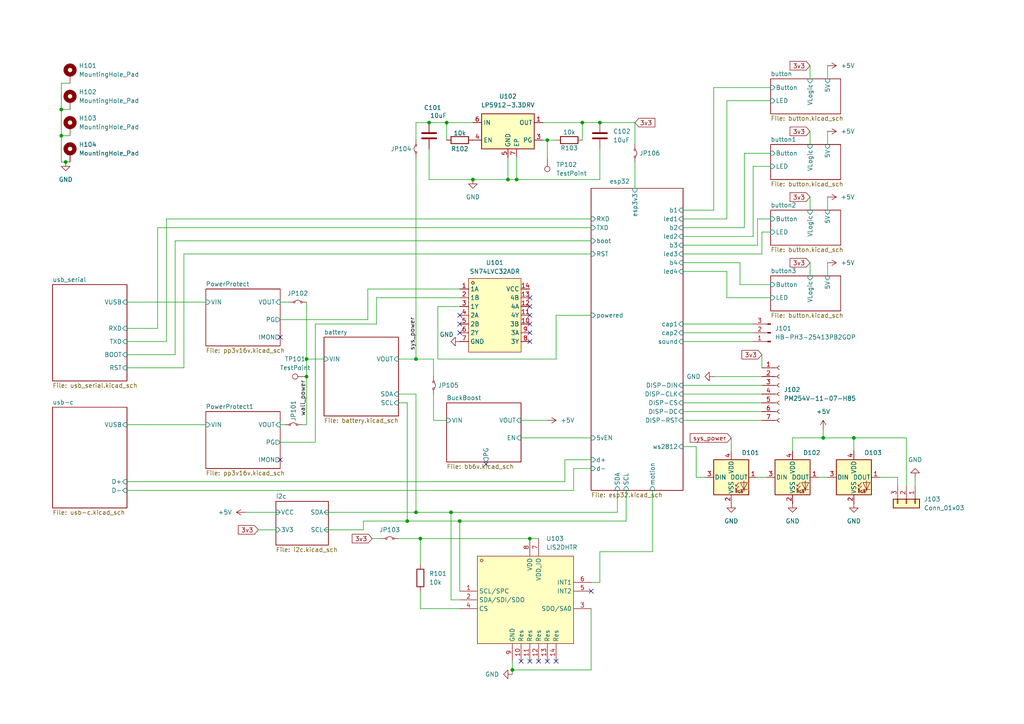
<source format=kicad_sch>
(kicad_sch (version 20231120) (generator "eeschema") (generator_version "8.0")
  (paper "A4")
  (lib_symbols
    (symbol "Connector:Conn_01x03_Pin" (pin_names (offset 1.016) hide)
      (property "Reference" "J" (at 0 5.08 0))
      (property "Value" "Conn_01x03_Pin" (at 0 -5.08 0))
      (symbol "Conn_01x03_Pin_1_1"
        (polyline (pts (xy 1.27 -2.54) (xy 0.8636 -2.54)) (stroke (width 0.1524)))
        (polyline (pts (xy 1.27 0) (xy 0.8636 0)) (stroke (width 0.1524)))
        (polyline (pts (xy 1.27 2.54) (xy 0.8636 2.54)) (stroke (width 0.1524)))
        (rectangle (start 0.8636 -2.413) (end 0 -2.667) (stroke (width 0.1524)) (fill (type outline)))
        (rectangle (start 0.8636 0.127) (end 0 -0.127) (stroke (width 0.1524)) (fill (type outline)))
        (rectangle (start 0.8636 2.667) (end 0 2.413) (stroke (width 0.1524)) (fill (type outline)))
        (pin passive line (at 5.08 2.54 180) (length 3.81) (name "Pin_1") (number "1"))
        (pin passive line (at 5.08 0 180) (length 3.81) (name "Pin_2") (number "2"))
        (pin passive line (at 5.08 -2.54 180) (length 3.81) (name "Pin_3") (number "3"))
      )
    )
    (symbol "Connector:Conn_01x07_Socket" (pin_names (offset 1.016) hide)
      (property "Reference" "J" (at 0 10.16 0))
      (property "Value" "Conn_01x07_Socket" (at 0 -10.16 0))
      (symbol "Conn_01x07_Socket_1_1"
        (arc (start 0 -7.112) (mid -0.5058 -7.62) (end 0 -8.128) (stroke (width 0.1524)))
        (arc (start 0 -4.572) (mid -0.5058 -5.08) (end 0 -5.588) (stroke (width 0.1524)))
        (arc (start 0 -2.032) (mid -0.5058 -2.54) (end 0 -3.048) (stroke (width 0.1524)))
        (polyline (pts (xy -1.27 -7.62) (xy -0.508 -7.62)) (stroke (width 0.1524)))
        (polyline (pts (xy -1.27 -5.08) (xy -0.508 -5.08)) (stroke (width 0.1524)))
        (polyline (pts (xy -1.27 -2.54) (xy -0.508 -2.54)) (stroke (width 0.1524)))
        (polyline (pts (xy -1.27 0) (xy -0.508 0)) (stroke (width 0.1524)))
        (polyline (pts (xy -1.27 2.54) (xy -0.508 2.54)) (stroke (width 0.1524)))
        (polyline (pts (xy -1.27 5.08) (xy -0.508 5.08)) (stroke (width 0.1524)))
        (polyline (pts (xy -1.27 7.62) (xy -0.508 7.62)) (stroke (width 0.1524)))
        (arc (start 0 0.508) (mid -0.5058 0) (end 0 -0.508) (stroke (width 0.1524)))
        (arc (start 0 3.048) (mid -0.5058 2.54) (end 0 2.032) (stroke (width 0.1524)))
        (arc (start 0 5.588) (mid -0.5058 5.08) (end 0 4.572) (stroke (width 0.1524)))
        (arc (start 0 8.128) (mid -0.5058 7.62) (end 0 7.112) (stroke (width 0.1524)))
        (pin passive line (at -5.08 7.62 0) (length 3.81) (name "Pin_1") (number "1"))
        (pin passive line (at -5.08 5.08 0) (length 3.81) (name "Pin_2") (number "2"))
        (pin passive line (at -5.08 2.54 0) (length 3.81) (name "Pin_3") (number "3"))
        (pin passive line (at -5.08 0 0) (length 3.81) (name "Pin_4") (number "4"))
        (pin passive line (at -5.08 -2.54 0) (length 3.81) (name "Pin_5") (number "5"))
        (pin passive line (at -5.08 -5.08 0) (length 3.81) (name "Pin_6") (number "6"))
        (pin passive line (at -5.08 -7.62 0) (length 3.81) (name "Pin_7") (number "7"))
      )
    )
    (symbol "Connector:TestPoint" (pin_numbers hide) (pin_names (offset 0.762) hide)
      (property "Reference" "TP" (at 0 6.858 0))
      (property "Value" "TestPoint" (at 0 5.08 0))
      (symbol "TestPoint_0_1"
        (circle (center 0 3.302) (radius 0.762))
      )
      (symbol "TestPoint_1_1"
        (pin passive line (at 0 0 90) (length 2.54) (name "1") (number "1"))
      )
    )
    (symbol "Connector_Generic:Conn_01x03" (pin_names (offset 1.016) hide)
      (property "Reference" "J" (at 0 5.08 0))
      (property "Value" "Conn_01x03" (at 0 -5.08 0))
      (symbol "Conn_01x03_1_1"
        (rectangle (start -1.27 -2.413) (end 0 -2.667) (stroke (width 0.1524)))
        (rectangle (start -1.27 0.127) (end 0 -0.127) (stroke (width 0.1524)))
        (rectangle (start -1.27 2.667) (end 0 2.413) (stroke (width 0.1524)))
        (rectangle (start -1.27 3.81) (end 1.27 -3.81) (stroke (width 0.254)) (fill (type background)))
        (pin passive line (at -5.08 2.54 0) (length 3.81) (name "Pin_1") (number "1"))
        (pin passive line (at -5.08 0 0) (length 3.81) (name "Pin_2") (number "2"))
        (pin passive line (at -5.08 -2.54 0) (length 3.81) (name "Pin_3") (number "3"))
      )
    )
    (symbol "Device:C" (pin_numbers hide) (pin_names (offset 0.254))
      (property "Reference" "C" (at 0.635 2.54 0))
      (property "Value" "C" (at 0.635 -2.54 0))
      (symbol "C_0_1"
        (polyline (pts (xy -2.032 -0.762) (xy 2.032 -0.762)) (stroke (width 0.508)))
        (polyline (pts (xy -2.032 0.762) (xy 2.032 0.762)) (stroke (width 0.508)))
      )
      (symbol "C_1_1"
        (pin passive line (at 0 3.81 270) (length 2.794) (name "~") (number "1"))
        (pin passive line (at 0 -3.81 90) (length 2.794) (name "~") (number "2"))
      )
    )
    (symbol "Device:R" (pin_numbers hide) (pin_names (offset 0))
      (property "Reference" "R" (at 2.032 0 90))
      (property "Value" "R" (at 0 0 90))
      (symbol "R_0_1"
        (rectangle (start -1.016 -2.54) (end 1.016 2.54) (stroke (width 0.254)))
      )
      (symbol "R_1_1"
        (pin passive line (at 0 3.81 270) (length 1.27) (name "~") (number "1"))
        (pin passive line (at 0 -3.81 90) (length 1.27) (name "~") (number "2"))
      )
    )
    (symbol "Jumper:Jumper_2_Small_Bridged" (pin_numbers hide) (pin_names (offset 0) hide) (exclude_from_sim yes)
      (property "Reference" "JP" (at 0 2.032 0))
      (property "Value" "Jumper_2_Small_Bridged" (at 0 -2.286 0))
      (symbol "Jumper_2_Small_Bridged_0_0"
        (circle (center -1.016 0) (radius 0.254))
        (circle (center 1.016 0) (radius 0.254))
      )
      (symbol "Jumper_2_Small_Bridged_0_1"
        (arc (start 0.762 0.254) (mid 0 0.5696) (end -0.762 0.254))
      )
      (symbol "Jumper_2_Small_Bridged_1_1"
        (pin passive line (at -2.54 0 0) (length 1.27) (name "A") (number "1"))
        (pin passive line (at 2.54 0 180) (length 1.27) (name "B") (number "2"))
      )
    )
    (symbol "LED:WS2812B-2020" (pin_names (offset 0.254))
      (property "Reference" "D" (at 5.08 5.715 0))
      (property "Value" "WS2812B-2020" (at 1.27 -5.715 0))
      (symbol "WS2812B-2020_0_0"
        (text "RGB" (at 2.286 -4.191 0) (effects (font (size 0.762 0.762))))
      )
      (symbol "WS2812B-2020_0_1"
        (polyline (pts (xy 1.27 -3.556) (xy 1.778 -3.556)))
        (polyline (pts (xy 1.27 -2.54) (xy 1.778 -2.54)))
        (polyline (pts (xy 4.699 -3.556) (xy 2.667 -3.556)))
        (polyline (pts (xy 2.286 -2.54) (xy 1.27 -3.556) (xy 1.27 -3.048)))
        (polyline (pts (xy 2.286 -1.524) (xy 1.27 -2.54) (xy 1.27 -2.032)))
        (polyline (pts (xy 3.683 -1.016) (xy 3.683 -3.556) (xy 3.683 -4.064)))
        (polyline (pts (xy 4.699 -1.524) (xy 2.667 -1.524) (xy 3.683 -3.556) (xy 4.699 -1.524)))
        (rectangle (start 5.08 5.08) (end -5.08 -5.08) (stroke (width 0.254)) (fill (type background)))
      )
      (symbol "WS2812B-2020_1_1"
        (pin output line (at 7.62 0 180) (length 2.54) (name "DOUT") (number "1"))
        (pin power_in line (at 0 -7.62 90) (length 2.54) (name "VSS") (number "2"))
        (pin input line (at -7.62 0 0) (length 2.54) (name "DIN") (number "3"))
        (pin power_in line (at 0 7.62 270) (length 2.54) (name "VDD") (number "4"))
      )
    )
    (symbol "Mechanical:MountingHole_Pad" (pin_numbers hide) (pin_names (offset 1.016) hide) (exclude_from_sim yes) (in_bom no)
      (property "Reference" "H" (at 0 6.35 0))
      (property "Value" "MountingHole_Pad" (at 0 4.445 0))
      (symbol "MountingHole_Pad_0_1"
        (circle (center 0 1.27) (radius 1.27) (stroke (width 1.27)))
      )
      (symbol "MountingHole_Pad_1_1"
        (pin input line (at 0 -2.54 90) (length 2.54) (name "1") (number "1"))
      )
    )
    (symbol "Regulator_Linear:LP5912-3.3DRV"
      (property "Reference" "U" (at -3.81 6.35 0))
      (property "Value" "LP5912-3.3DRV" (at 6.35 6.35 0))
      (symbol "LP5912-3.3DRV_0_1"
        (rectangle (start -7.62 -5.08) (end 7.62 5.08) (stroke (width 0.254)) (fill (type background)))
        (pin power_out line (at 10.16 2.54 180) (length 2.54) (name "OUT") (number "1"))
        (pin no_connect line (at 7.62 0 180) (length 2.54) hide (name "NC") (number "2"))
        (pin input line (at -10.16 -2.54 0) (length 2.54) (name "EN") (number "4"))
        (pin power_in line (at 0 -7.62 90) (length 2.54) (name "GND") (number "5"))
        (pin power_in line (at -10.16 2.54 0) (length 2.54) (name "IN") (number "6"))
      )
      (symbol "LP5912-3.3DRV_1_1"
        (pin open_collector line (at 10.16 -2.54 180) (length 2.54) (name "PG") (number "3"))
        (pin passive line (at 2.54 -7.62 90) (length 2.54) (name "EP") (number "7"))
      )
    )
    (symbol "easyeda2kicad:LIS2DHTR"
      (property "Reference" "U" (at 0 22.86 0))
      (property "Value" "LIS2DHTR" (at 0 -22.86 0))
      (symbol "LIS2DHTR_0_1"
        (rectangle (start -13.97 12.7) (end 13.97 -12.7) (fill (type background)))
        (circle (center -12.7 11.43) (radius 0.38))
        (pin input line (at -19.05 2.54 0) (length 5.08) (name "SCL/SPC") (number "1"))
        (pin bidirectional line (at -1.27 -17.78 90) (length 5.08) (name "Res") (number "10"))
        (pin bidirectional line (at 1.27 -17.78 90) (length 5.08) (name "Res") (number "11"))
        (pin bidirectional line (at 3.81 -17.78 90) (length 5.08) (name "Res") (number "12"))
        (pin bidirectional line (at 6.35 -17.78 90) (length 5.08) (name "Res") (number "13"))
        (pin bidirectional line (at 8.89 -17.78 90) (length 5.08) (name "Res") (number "14"))
        (pin bidirectional line (at -19.05 0 0) (length 5.08) (name "SDA/SDI/SDO") (number "2"))
        (pin output line (at 19.05 -2.54 180) (length 5.08) (name "SDO/SA0") (number "3"))
        (pin input line (at -19.05 -2.54 0) (length 5.08) (name "CS") (number "4"))
        (pin output line (at 19.05 2.54 180) (length 5.08) (name "INT2") (number "5"))
        (pin output line (at 19.05 5.08 180) (length 5.08) (name "INT1") (number "6"))
        (pin bidirectional line (at 3.81 17.78 270) (length 5.08) (name "VDD_IO") (number "7"))
        (pin bidirectional line (at 1.27 17.78 270) (length 5.08) (name "VDD") (number "8"))
        (pin bidirectional line (at -3.81 -17.78 90) (length 5.08) (name "GND") (number "9"))
      )
    )
    (symbol "easyeda2kicad:SN74LVC32ADR"
      (property "Reference" "U" (at 0 12.7 0))
      (property "Value" "SN74LVC32ADR" (at 0 -12.7 0))
      (symbol "SN74LVC32ADR_0_1"
        (rectangle (start -7.62 10.67) (end 7.62 -10.67) (fill (type background)))
        (circle (center -6.35 9.4) (radius 0.38))
        (circle (center -6.35 9.4) (radius 0.38))
        (pin unspecified line (at -10.16 7.62 0) (length 2.54) (name "1A") (number "1"))
        (pin unspecified line (at 10.16 -2.54 180) (length 2.54) (name "3B") (number "10"))
        (pin unspecified line (at 10.16 0 180) (length 2.54) (name "4Y") (number "11"))
        (pin unspecified line (at 10.16 2.54 180) (length 2.54) (name "4A") (number "12"))
        (pin unspecified line (at 10.16 5.08 180) (length 2.54) (name "4B") (number "13"))
        (pin unspecified line (at 10.16 7.62 180) (length 2.54) (name "VCC") (number "14"))
        (pin unspecified line (at -10.16 5.08 0) (length 2.54) (name "1B") (number "2"))
        (pin unspecified line (at -10.16 2.54 0) (length 2.54) (name "1Y") (number "3"))
        (pin unspecified line (at -10.16 0 0) (length 2.54) (name "2A") (number "4"))
        (pin unspecified line (at -10.16 -2.54 0) (length 2.54) (name "2B") (number "5"))
        (pin unspecified line (at -10.16 -5.08 0) (length 2.54) (name "2Y") (number "6"))
        (pin unspecified line (at -10.16 -7.62 0) (length 2.54) (name "GND") (number "7"))
        (pin unspecified line (at 10.16 -7.62 180) (length 2.54) (name "3Y") (number "8"))
        (pin unspecified line (at 10.16 -5.08 180) (length 2.54) (name "3A") (number "9"))
      )
    )
    (symbol "power:+5V" (power) (pin_numbers hide) (pin_names (offset 0) hide)
      (property "Value" "+5V" (at 0 3.556 0))
      (symbol "+5V_0_1"
        (polyline (pts (xy -0.762 1.27) (xy 0 2.54)))
        (polyline (pts (xy 0 0) (xy 0 2.54)))
        (polyline (pts (xy 0 2.54) (xy 0.762 1.27)))
      )
      (symbol "+5V_1_1"
        (pin power_in line (at 0 0 90) (length 0) (name "~") (number "1"))
      )
    )
    (symbol "power:GND" (power) (pin_numbers hide) (pin_names (offset 0) hide)
      (property "Value" "GND" (at 0 -3.81 0))
      (symbol "GND_0_1"
        (polyline (pts (xy 0 0) (xy 0 -1.27) (xy 1.27 -1.27) (xy 0 -2.54) (xy -1.27 -1.27) (xy 0 -1.27)))
      )
      (symbol "GND_1_1"
        (pin power_in line (at 0 0 270) (length 0) (name "~") (number "1"))
      )
    )
  )
  (junction (at 148.59 194.31))
  (junction (at 133.35 151.13))
  (junction (at 17.78 39.37))
  (junction (at 88.9 104.14))
  (junction (at 88.9 109.22))
  (junction (at 247.65 127))
  (junction (at 147.32 52.07))
  (junction (at 121.92 156.21))
  (junction (at 149.86 52.07))
  (junction (at 137.16 52.07))
  (junction (at 130.81 148.59))
  (junction (at 120.65 104.14))
  (junction (at 168.91 35.56))
  (junction (at 120.65 148.59))
  (junction (at 153.67 156.21))
  (junction (at 124.46 35.56))
  (junction (at 19.05 46.99))
  (junction (at 238.76 127))
  (junction (at 129.54 35.56))
  (junction (at 17.78 31.75))
  (junction (at 173.99 35.56))
  (junction (at 158.75 40.64))
  (junction (at 118.11 151.13))
  (no_connect (at 156.21 191.77))
  (no_connect (at 153.67 88.9))
  (no_connect (at 81.28 133.35))
  (no_connect (at 161.29 191.77))
  (no_connect (at 140.97 134.62))
  (no_connect (at 158.75 191.77))
  (no_connect (at 151.13 191.77))
  (no_connect (at 153.67 91.44))
  (no_connect (at 153.67 99.06))
  (no_connect (at 153.67 86.36))
  (no_connect (at 153.67 93.98))
  (no_connect (at 133.35 91.44))
  (no_connect (at 171.45 171.45))
  (no_connect (at 81.28 97.79))
  (no_connect (at 153.67 96.52))
  (no_connect (at 153.67 191.77))
  (no_connect (at 133.35 93.98))
  (no_connect (at 133.35 96.52))
  (wire (pts (xy 171.45 168.91) (xy 173.99 168.91)))
  (wire (pts (xy 36.83 139.7) (xy 163.83 139.7)))
  (wire (pts (xy 198.12 78.74) (xy 210.82 78.74)))
  (wire (pts (xy 118.11 151.13) (xy 118.11 116.84)))
  (wire (pts (xy 229.87 127) (xy 229.87 130.81)))
  (wire (pts (xy 260.35 140.97) (xy 260.35 138.43)))
  (wire (pts (xy 53.34 106.68) (xy 53.34 73.66)))
  (wire (pts (xy 53.34 73.66) (xy 171.45 73.66)))
  (wire (pts (xy 17.78 39.37) (xy 17.78 31.75)))
  (wire (pts (xy 234.95 38.1) (xy 234.95 41.91)))
  (wire (pts (xy 147.32 45.72) (xy 147.32 52.07)))
  (wire (pts (xy 91.44 93.98) (xy 109.22 93.98)))
  (wire (pts (xy 214.63 76.2) (xy 214.63 82.55)))
  (wire (pts (xy 173.99 35.56) (xy 184.15 35.56)))
  (wire (pts (xy 133.35 173.99) (xy 130.81 173.99)))
  (wire (pts (xy 124.46 52.07) (xy 137.16 52.07)))
  (wire (pts (xy 115.57 116.84) (xy 118.11 116.84)))
  (wire (pts (xy 240.03 76.2) (xy 240.03 80.01)))
  (wire (pts (xy 173.99 168.91) (xy 173.99 160.02)))
  (wire (pts (xy 17.78 24.13) (xy 17.78 31.75)))
  (wire (pts (xy 133.35 151.13) (xy 118.11 151.13)))
  (wire (pts (xy 81.28 123.19) (xy 82.55 123.19)))
  (wire (pts (xy 238.76 127) (xy 247.65 127)))
  (wire (pts (xy 148.59 191.77) (xy 148.59 194.31)))
  (wire (pts (xy 184.15 46.99) (xy 184.15 54.61)))
  (wire (pts (xy 247.65 127) (xy 247.65 130.81)))
  (wire (pts (xy 163.83 139.7) (xy 163.83 133.35)))
  (wire (pts (xy 198.12 111.76) (xy 220.98 111.76)))
  (wire (pts (xy 240.03 38.1) (xy 240.03 41.91)))
  (wire (pts (xy 237.49 138.43) (xy 240.03 138.43)))
  (wire (pts (xy 198.12 60.96) (xy 207.01 60.96)))
  (wire (pts (xy 124.46 35.56) (xy 120.65 35.56)))
  (wire (pts (xy 173.99 160.02) (xy 189.23 160.02)))
  (wire (pts (xy 149.86 45.72) (xy 149.86 52.07)))
  (wire (pts (xy 166.37 135.89) (xy 171.45 135.89)))
  (wire (pts (xy 234.95 57.15) (xy 234.95 60.96)))
  (wire (pts (xy 198.12 93.98) (xy 218.44 93.98)))
  (wire (pts (xy 210.82 63.5) (xy 210.82 29.21)))
  (wire (pts (xy 215.9 66.04) (xy 215.9 44.45)))
  (wire (pts (xy 163.83 133.35) (xy 171.45 133.35)))
  (wire (pts (xy 220.98 73.66) (xy 220.98 67.31)))
  (wire (pts (xy 48.26 99.06) (xy 48.26 63.5)))
  (wire (pts (xy 240.03 57.15) (xy 240.03 60.96)))
  (wire (pts (xy 262.89 140.97) (xy 262.89 127)))
  (wire (pts (xy 265.43 138.43) (xy 265.43 140.97)))
  (wire (pts (xy 212.09 127) (xy 212.09 130.81)))
  (wire (pts (xy 74.93 153.67) (xy 80.01 153.67)))
  (wire (pts (xy 210.82 29.21) (xy 223.52 29.21)))
  (wire (pts (xy 120.65 104.14) (xy 125.73 104.14)))
  (wire (pts (xy 50.8 102.87) (xy 50.8 69.85)))
  (wire (pts (xy 48.26 63.5) (xy 171.45 63.5)))
  (wire (pts (xy 238.76 124.46) (xy 238.76 127)))
  (wire (pts (xy 189.23 160.02) (xy 189.23 142.24)))
  (wire (pts (xy 181.61 142.24) (xy 181.61 151.13)))
  (wire (pts (xy 125.73 121.92) (xy 129.54 121.92)))
  (wire (pts (xy 125.73 104.14) (xy 125.73 109.22)))
  (wire (pts (xy 168.91 35.56) (xy 173.99 35.56)))
  (wire (pts (xy 127 104.14) (xy 161.29 104.14)))
  (wire (pts (xy 121.92 171.45) (xy 121.92 176.53)))
  (wire (pts (xy 17.78 46.99) (xy 17.78 39.37)))
  (wire (pts (xy 171.45 176.53) (xy 171.45 194.31)))
  (wire (pts (xy 20.32 46.99) (xy 19.05 46.99)))
  (wire (pts (xy 161.29 91.44) (xy 171.45 91.44)))
  (wire (pts (xy 220.98 67.31) (xy 223.52 67.31)))
  (wire (pts (xy 19.05 46.99) (xy 17.78 46.99)))
  (wire (pts (xy 218.44 68.58) (xy 218.44 48.26)))
  (wire (pts (xy 234.95 19.05) (xy 234.95 22.86)))
  (wire (pts (xy 198.12 73.66) (xy 220.98 73.66)))
  (wire (pts (xy 184.15 35.56) (xy 184.15 41.91)))
  (wire (pts (xy 81.28 87.63) (xy 83.82 87.63)))
  (wire (pts (xy 198.12 66.04) (xy 215.9 66.04)))
  (wire (pts (xy 127 88.9) (xy 127 104.14)))
  (wire (pts (xy 198.12 114.3) (xy 220.98 114.3)))
  (wire (pts (xy 151.13 121.92) (xy 158.75 121.92)))
  (wire (pts (xy 36.83 102.87) (xy 50.8 102.87)))
  (wire (pts (xy 124.46 35.56) (xy 129.54 35.56)))
  (wire (pts (xy 214.63 82.55) (xy 223.52 82.55)))
  (wire (pts (xy 93.98 148.59) (xy 120.65 148.59)))
  (wire (pts (xy 20.32 39.37) (xy 17.78 39.37)))
  (wire (pts (xy 161.29 40.64) (xy 158.75 40.64)))
  (wire (pts (xy 148.59 194.31) (xy 171.45 194.31)))
  (wire (pts (xy 207.01 60.96) (xy 207.01 25.4)))
  (wire (pts (xy 207.01 25.4) (xy 223.52 25.4)))
  (wire (pts (xy 198.12 121.92) (xy 220.98 121.92)))
  (wire (pts (xy 198.12 71.12) (xy 219.71 71.12)))
  (wire (pts (xy 210.82 78.74) (xy 210.82 86.36)))
  (wire (pts (xy 219.71 71.12) (xy 219.71 63.5)))
  (wire (pts (xy 137.16 52.07) (xy 147.32 52.07)))
  (wire (pts (xy 149.86 52.07) (xy 173.99 52.07)))
  (wire (pts (xy 88.9 104.14) (xy 88.9 109.22)))
  (wire (pts (xy 109.22 93.98) (xy 109.22 86.36)))
  (wire (pts (xy 157.48 35.56) (xy 168.91 35.56)))
  (wire (pts (xy 219.71 138.43) (xy 222.25 138.43)))
  (wire (pts (xy 36.83 87.63) (xy 59.69 87.63)))
  (wire (pts (xy 121.92 156.21) (xy 121.92 163.83)))
  (wire (pts (xy 36.83 123.19) (xy 59.69 123.19)))
  (wire (pts (xy 129.54 35.56) (xy 129.54 40.64)))
  (wire (pts (xy 81.28 92.71) (xy 106.68 92.71)))
  (wire (pts (xy 106.68 83.82) (xy 133.35 83.82)))
  (wire (pts (xy 115.57 114.3) (xy 120.65 114.3)))
  (wire (pts (xy 198.12 116.84) (xy 220.98 116.84)))
  (wire (pts (xy 120.65 35.56) (xy 120.65 40.64)))
  (wire (pts (xy 207.01 109.22) (xy 220.98 109.22)))
  (wire (pts (xy 105.41 153.67) (xy 105.41 151.13)))
  (wire (pts (xy 198.12 119.38) (xy 220.98 119.38)))
  (wire (pts (xy 229.87 127) (xy 238.76 127)))
  (wire (pts (xy 17.78 31.75) (xy 20.32 31.75)))
  (wire (pts (xy 198.12 99.06) (xy 218.44 99.06)))
  (wire (pts (xy 215.9 44.45) (xy 223.52 44.45)))
  (wire (pts (xy 198.12 129.54) (xy 201.93 129.54)))
  (wire (pts (xy 179.07 148.59) (xy 179.07 142.24)))
  (wire (pts (xy 220.98 102.87) (xy 220.98 106.68)))
  (wire (pts (xy 36.83 95.25) (xy 45.72 95.25)))
  (wire (pts (xy 71.12 148.59) (xy 81.28 148.59)))
  (wire (pts (xy 148.59 194.31) (xy 148.59 195.58)))
  (wire (pts (xy 36.83 142.24) (xy 166.37 142.24)))
  (wire (pts (xy 166.37 142.24) (xy 166.37 135.89)))
  (wire (pts (xy 121.92 156.21) (xy 153.67 156.21)))
  (wire (pts (xy 45.72 66.04) (xy 45.72 95.25)))
  (wire (pts (xy 109.22 86.36) (xy 133.35 86.36)))
  (wire (pts (xy 219.71 63.5) (xy 223.52 63.5)))
  (wire (pts (xy 198.12 96.52) (xy 218.44 96.52)))
  (wire (pts (xy 107.95 156.21) (xy 110.49 156.21)))
  (wire (pts (xy 20.32 24.13) (xy 17.78 24.13)))
  (wire (pts (xy 120.65 45.72) (xy 120.65 104.14)))
  (wire (pts (xy 91.44 128.27) (xy 91.44 93.98)))
  (wire (pts (xy 120.65 114.3) (xy 120.65 148.59)))
  (wire (pts (xy 130.81 148.59) (xy 130.81 173.99)))
  (wire (pts (xy 93.98 153.67) (xy 105.41 153.67)))
  (wire (pts (xy 45.72 66.04) (xy 171.45 66.04)))
  (wire (pts (xy 198.12 68.58) (xy 218.44 68.58)))
  (wire (pts (xy 106.68 92.71) (xy 106.68 83.82)))
  (wire (pts (xy 168.91 35.56) (xy 168.91 40.64)))
  (wire (pts (xy 88.9 104.14) (xy 93.98 104.14)))
  (wire (pts (xy 161.29 104.14) (xy 161.29 91.44)))
  (wire (pts (xy 153.67 156.21) (xy 156.21 156.21)))
  (wire (pts (xy 121.92 176.53) (xy 133.35 176.53)))
  (wire (pts (xy 133.35 151.13) (xy 133.35 171.45)))
  (wire (pts (xy 124.46 43.18) (xy 124.46 52.07)))
  (wire (pts (xy 262.89 127) (xy 247.65 127)))
  (wire (pts (xy 198.12 76.2) (xy 214.63 76.2)))
  (wire (pts (xy 151.13 127) (xy 171.45 127)))
  (wire (pts (xy 218.44 48.26) (xy 223.52 48.26)))
  (wire (pts (xy 88.9 87.63) (xy 88.9 104.14)))
  (wire (pts (xy 260.35 138.43) (xy 255.27 138.43)))
  (wire (pts (xy 115.57 104.14) (xy 120.65 104.14)))
  (wire (pts (xy 240.03 19.05) (xy 240.03 22.86)))
  (wire (pts (xy 147.32 52.07) (xy 149.86 52.07)))
  (wire (pts (xy 36.83 106.68) (xy 53.34 106.68)))
  (wire (pts (xy 201.93 138.43) (xy 204.47 138.43)))
  (wire (pts (xy 129.54 35.56) (xy 137.16 35.56)))
  (wire (pts (xy 201.93 138.43) (xy 201.93 129.54)))
  (wire (pts (xy 105.41 151.13) (xy 118.11 151.13)))
  (wire (pts (xy 234.95 76.2) (xy 234.95 80.01)))
  (wire (pts (xy 198.12 63.5) (xy 210.82 63.5)))
  (wire (pts (xy 88.9 109.22) (xy 88.9 123.19)))
  (wire (pts (xy 158.75 40.64) (xy 158.75 45.72)))
  (wire (pts (xy 133.35 88.9) (xy 127 88.9)))
  (wire (pts (xy 120.65 148.59) (xy 130.81 148.59)))
  (wire (pts (xy 130.81 148.59) (xy 179.07 148.59)))
  (wire (pts (xy 158.75 40.64) (xy 157.48 40.64)))
  (wire (pts (xy 50.8 69.85) (xy 171.45 69.85)))
  (wire (pts (xy 115.57 156.21) (xy 121.92 156.21)))
  (wire (pts (xy 181.61 151.13) (xy 133.35 151.13)))
  (wire (pts (xy 81.28 128.27) (xy 91.44 128.27)))
  (wire (pts (xy 210.82 86.36) (xy 223.52 86.36)))
  (wire (pts (xy 87.63 123.19) (xy 88.9 123.19)))
  (wire (pts (xy 36.83 99.06) (xy 48.26 99.06)))
  (wire (pts (xy 125.73 114.3) (xy 125.73 121.92)))
  (wire (pts (xy 173.99 43.18) (xy 173.99 52.07)))
  (label "sys_power" (at 120.65 101.6 90))
  (label "wall_power" (at 88.9 120.65 90))
  (global_label "3v3" (shape input) (at 184.15 35.56 0) (property "Intersheetrefs" "${INTERSHEET_REFS}" (effects (hide yes))))
  (global_label "3v3" (shape input) (at 234.95 19.05 180) (property "Intersheetrefs" "${INTERSHEET_REFS}" (effects (hide yes))))
  (global_label "3v3" (shape input) (at 234.95 57.15 180) (property "Intersheetrefs" "${INTERSHEET_REFS}" (effects (hide yes))))
  (global_label "3v3" (shape input) (at 234.95 38.1 180) (property "Intersheetrefs" "${INTERSHEET_REFS}" (effects (hide yes))))
  (global_label "3v3" (shape input) (at 220.98 102.87 180) (property "Intersheetrefs" "${INTERSHEET_REFS}" (effects (hide yes))))
  (global_label "3v3" (shape input) (at 107.95 156.21 180) (property "Intersheetrefs" "${INTERSHEET_REFS}" (effects (hide yes))))
  (global_label "3v3" (shape input) (at 74.93 153.67 180) (property "Intersheetrefs" "${INTERSHEET_REFS}" (effects (hide yes))))
  (global_label "3v3" (shape input) (at 234.95 76.2 180) (property "Intersheetrefs" "${INTERSHEET_REFS}" (effects (hide yes))))
  (global_label "sys_power" (shape input) (at 212.09 127 180) (property "Intersheetrefs" "${INTERSHEET_REFS}" (effects (hide yes))))
  (symbol (lib_id "Connector:Conn_01x07_Socket") (at 226.06 114.3 0) (unit 1)
    (property "Reference" "J102" (at 227.33 113.0299 0) (effects (justify left)))
    (property "Value" "PM254V-11-07-H85" (at 227.33 115.5699 0) (effects (justify left)))
    (property "Footprint" "Connector_PinHeader_2.54mm:PinHeader_1x07_P2.54mm_Vertical" (effects (hide yes)))
    (property "Description" "Generic connector, single row, 01x07, script generated" (effects (hide yes)))
  )
  (symbol (lib_id "power:+5V") (at 240.03 57.15 270) (unit 1)
    (property "Reference" "#PWR0112" (effects (hide yes)))
    (property "Value" "+5V" (at 243.84 57.1499 90) (effects (justify left)))
    (property "Description" "Power symbol creates a global label with name \"+5V\"" (effects (hide yes)))
  )
  (symbol (lib_id "power:GND") (at 229.87 146.05 0) (unit 1)
    (property "Reference" "#PWR0108" (effects (hide yes)))
    (property "Value" "GND" (at 229.87 151.13 0))
    (property "Description" "Power symbol creates a global label with name \"GND\" , ground" (effects (hide yes)))
  )
  (symbol (lib_id "Jumper:Jumper_2_Small_Bridged") (at 85.09 123.19 0) (unit 1) (exclude_from_sim yes) (in_bom no)
    (property "Reference" "JP101" (at 85.09 119.126 90))
    (property "Value" "JP1" (effects (hide yes)))
    (property "Footprint" "Jumper:SolderJumper-2_P1.3mm_Bridged_RoundedPad1.0x1.5mm" (effects (hide yes)))
    (property "Description" "Jumper, 2-pole, small symbol, bridged" (effects (hide yes)))
  )
  (symbol (lib_id "Connector_Generic:Conn_01x03") (at 262.89 146.05 270) (unit 1)
    (property "Reference" "J103" (at 267.97 144.7799 90) (effects (justify left)))
    (property "Value" "Conn_01x03" (at 267.97 147.3199 90) (effects (justify left)))
    (property "Footprint" "Connector_JST:JST_PH_B3B-PH-K_1x03_P2.00mm_Vertical" (effects (hide yes)))
    (property "Description" "Generic connector, single row, 01x03, script generated (kicad-library-utils/schlib/autogen/connector/)" (effects (hide yes)))
    (property "LCSC Part" "C131339" (effects (hide yes)))
  )
  (symbol (lib_id "Regulator_Linear:LP5912-3.3DRV") (at 147.32 38.1 0) (unit 1)
    (property "Reference" "U102" (at 147.32 27.94 0))
    (property "Value" "LP5912-3.3DRV" (at 147.32 30.48 0))
    (property "Footprint" "Package_SON:WSON-6-1EP_2x2mm_P0.65mm_EP1x1.6mm_ThermalVias" (effects (hide yes)))
    (property "Datasheet" "http://www.ti.com/lit/ds/symlink/lp5912.pdf" (effects (hide yes)))
    (property "Description" "500-mA Ultra-Low-Noise Low-IQ LDO, 3.3V, WSON-6" (effects (hide yes)))
  )
  (symbol (lib_id "Jumper:Jumper_2_Small_Bridged") (at 120.65 43.18 90) (unit 1) (exclude_from_sim yes) (in_bom no)
    (property "Reference" "JP104" (at 113.284 43.18 90) (effects (justify right)))
    (property "Value" "JP1" (effects (hide yes)))
    (property "Footprint" "Jumper:SolderJumper-2_P1.3mm_Bridged_RoundedPad1.0x1.5mm" (effects (hide yes)))
    (property "Description" "Jumper, 2-pole, small symbol, bridged" (effects (hide yes)))
  )
  (symbol (lib_id "power:+5V") (at 240.03 19.05 270) (unit 1)
    (property "Reference" "#PWR0110" (effects (hide yes)))
    (property "Value" "+5V" (at 243.84 19.0499 90) (effects (justify left)))
    (property "Description" "Power symbol creates a global label with name \"+5V\"" (effects (hide yes)))
  )
  (symbol (lib_id "power:GND") (at 265.43 138.43 180) (unit 1)
    (property "Reference" "#PWR0115" (effects (hide yes)))
    (property "Value" "GND" (at 265.43 133.35 0))
    (property "Description" "Power symbol creates a global label with name \"GND\" , ground" (effects (hide yes)))
  )
  (symbol (lib_id "Mechanical:MountingHole_Pad") (at 20.32 29.21 0) (unit 1) (exclude_from_sim yes) (in_bom no)
    (property "Reference" "H102" (at 22.86 26.6699 0) (effects (justify left)))
    (property "Value" "MountingHole_Pad" (at 22.86 29.2099 0) (effects (justify left)))
    (property "Footprint" "MountingHole:MountingHole_3.2mm_M3_Pad_Via" (effects (hide yes)))
    (property "Description" "Mounting Hole with connection" (effects (hide yes)))
  )
  (symbol (lib_id "Connector:TestPoint") (at 158.75 45.72 180) (unit 1) (in_bom no)
    (property "Reference" "TP102" (at 161.29 47.7519 0) (effects (justify right)))
    (property "Value" "TestPoint" (at 161.29 50.2919 0) (effects (justify right)))
    (property "Footprint" "Connector_Pin:Pin_D1.0mm_L10.0mm" (effects (hide yes)))
    (property "Description" "test point" (effects (hide yes)))
  )
  (symbol (lib_id "LED:WS2812B-2020") (at 247.65 138.43 0) (unit 1)
    (property "Reference" "D103" (at 253.238 131.318 0))
    (property "Value" "WS2812B-2020" (effects (hide yes)))
    (property "Footprint" "LED_SMD:LED_WS2812B-2020_PLCC4_2.0x2.0mm" (effects (hide yes)))
    (property "Datasheet" "https://cdn-shop.adafruit.com/product-files/4684/4684_WS2812B-2020_V1.3_EN.pdf" (effects (hide yes)))
    (property "Description" "RGB LED with integrated controller, 2.0 x 2.0 mm, 12 mA" (effects (hide yes)))
  )
  (symbol (lib_id "power:+5V") (at 238.76 124.46 0) (unit 1)
    (property "Reference" "#PWR0109" (effects (hide yes)))
    (property "Value" "+5V" (at 238.76 119.38 0))
    (property "Description" "Power symbol creates a global label with name \"+5V\"" (effects (hide yes)))
  )
  (symbol (lib_id "power:GND") (at 133.35 99.06 270) (unit 1)
    (property "Reference" "#PWR0102" (effects (hide yes)))
    (property "Value" "GND" (at 131.572 97.028 90) (effects (justify right)))
    (property "Description" "Power symbol creates a global label with name \"GND\" , ground" (effects (hide yes)))
  )
  (symbol (lib_id "Jumper:Jumper_2_Small_Bridged") (at 113.03 156.21 0) (unit 1) (exclude_from_sim yes) (in_bom no)
    (property "Reference" "JP103" (at 113.03 153.67 0))
    (property "Value" "JP1" (effects (hide yes)))
    (property "Footprint" "Jumper:SolderJumper-2_P1.3mm_Bridged_RoundedPad1.0x1.5mm" (effects (hide yes)))
    (property "Description" "Jumper, 2-pole, small symbol, bridged" (effects (hide yes)))
  )
  (symbol (lib_id "power:GND") (at 207.01 109.22 270) (unit 1)
    (property "Reference" "#PWR0106" (effects (hide yes)))
    (property "Value" "GND" (at 203.2 109.2199 90) (effects (justify right)))
    (property "Description" "Power symbol creates a global label with name \"GND\" , ground" (effects (hide yes)))
  )
  (symbol (lib_id "Mechanical:MountingHole_Pad") (at 20.32 44.45 0) (unit 1) (exclude_from_sim yes) (in_bom no)
    (property "Reference" "H104" (at 22.86 41.9099 0) (effects (justify left)))
    (property "Value" "MountingHole_Pad" (at 22.86 44.4499 0) (effects (justify left)))
    (property "Footprint" "MountingHole:MountingHole_3.2mm_M3_Pad_Via" (effects (hide yes)))
    (property "Description" "Mounting Hole with connection" (effects (hide yes)))
  )
  (symbol (lib_id "power:+5V") (at 240.03 38.1 270) (unit 1)
    (property "Reference" "#PWR0111" (effects (hide yes)))
    (property "Value" "+5V" (at 243.84 38.0999 90) (effects (justify left)))
    (property "Description" "Power symbol creates a global label with name \"+5V\"" (effects (hide yes)))
  )
  (symbol (lib_id "Jumper:Jumper_2_Small_Bridged") (at 86.36 87.63 0) (unit 1) (exclude_from_sim yes) (in_bom no)
    (property "Reference" "JP102" (at 86.36 85.09 0))
    (property "Value" "JP1" (effects (hide yes)))
    (property "Footprint" "Jumper:SolderJumper-2_P1.3mm_Bridged_RoundedPad1.0x1.5mm" (effects (hide yes)))
    (property "Description" "Jumper, 2-pole, small symbol, bridged" (effects (hide yes)))
  )
  (symbol (lib_id "power:GND") (at 247.65 146.05 0) (unit 1)
    (property "Reference" "#PWR0114" (effects (hide yes)))
    (property "Value" "GND" (at 247.65 151.13 0))
    (property "Description" "Power symbol creates a global label with name \"GND\" , ground" (effects (hide yes)))
  )
  (symbol (lib_id "power:GND") (at 19.05 46.99 0) (unit 1)
    (property "Reference" "#PWR0101" (effects (hide yes)))
    (property "Value" "GND" (at 19.05 52.07 0))
    (property "Description" "Power symbol creates a global label with name \"GND\" , ground" (effects (hide yes)))
  )
  (symbol (lib_id "easyeda2kicad:SN74LVC32ADR") (at 143.51 91.44 0) (unit 1)
    (property "Reference" "U101" (at 143.51 76.2 0))
    (property "Value" "SN74LVC32ADR" (at 143.51 78.74 0))
    (property "Footprint" "easyeda2kicad:SOIC-14_L8.7-W3.9-P1.27-LS6.0-BL" (effects (hide yes)))
    (property "Datasheet" "https://lcsc.com/product-detail/74-Series_TI_SN74LVC32ADR_SN74LVC32ADR_C7852.html" (effects (hide yes)))
    (property "LCSC Part" "C7852" (effects (hide yes)))
  )
  (symbol (lib_id "Device:C") (at 173.99 39.37 0) (unit 1)
    (property "Reference" "C102" (at 177.8 38.0999 0) (effects (justify left)))
    (property "Value" "10uF" (at 177.8 40.6399 0) (effects (justify left)))
    (property "Footprint" "Capacitor_SMD:C_0603_1608Metric" (effects (hide yes)))
    (property "Description" "Unpolarized capacitor" (effects (hide yes)))
  )
  (symbol (lib_id "power:+5V") (at 240.03 76.2 270) (unit 1)
    (property "Reference" "#PWR0113" (effects (hide yes)))
    (property "Value" "+5V" (at 243.84 76.1999 90) (effects (justify left)))
    (property "Description" "Power symbol creates a global label with name \"+5V\"" (effects (hide yes)))
  )
  (symbol (lib_id "power:+5V") (at 158.75 121.92 270) (unit 1)
    (property "Reference" "#PWR0105" (effects (hide yes)))
    (property "Value" "+5V" (at 162.56 121.9199 90) (effects (justify left)))
    (property "Description" "Power symbol creates a global label with name \"+5V\"" (effects (hide yes)))
  )
  (symbol (lib_id "Device:C") (at 124.46 39.37 0) (unit 1)
    (property "Reference" "C101" (at 122.936 31.242 0) (effects (justify left)))
    (property "Value" "10uF" (at 124.714 33.528 0) (effects (justify left)))
    (property "Footprint" "Capacitor_SMD:C_0603_1608Metric" (effects (hide yes)))
    (property "Description" "Unpolarized capacitor" (effects (hide yes)))
  )
  (symbol (lib_id "Device:R") (at 121.92 167.64 0) (unit 1)
    (property "Reference" "R101" (at 124.46 166.3699 0) (effects (justify left)))
    (property "Value" "10k" (at 124.46 168.9099 0) (effects (justify left)))
    (property "Footprint" "Resistor_SMD:R_0603_1608Metric" (effects (hide yes)))
    (property "Description" "Resistor" (effects (hide yes)))
  )
  (symbol (lib_id "power:+5V") (at 71.12 148.59 90) (unit 1)
    (property "Reference" "#PWR0116" (effects (hide yes)))
    (property "Value" "+5V" (at 67.31 148.5899 90) (effects (justify left)))
    (property "Description" "Power symbol creates a global label with name \"+5V\"" (effects (hide yes)))
  )
  (symbol (lib_id "LED:WS2812B-2020") (at 229.87 138.43 0) (unit 1)
    (property "Reference" "D102" (at 235.458 131.318 0))
    (property "Value" "WS2812B-2020" (effects (hide yes)))
    (property "Footprint" "LED_SMD:LED_WS2812B-2020_PLCC4_2.0x2.0mm" (effects (hide yes)))
    (property "Datasheet" "https://cdn-shop.adafruit.com/product-files/4684/4684_WS2812B-2020_V1.3_EN.pdf" (effects (hide yes)))
    (property "Description" "RGB LED with integrated controller, 2.0 x 2.0 mm, 12 mA" (effects (hide yes)))
  )
  (symbol (lib_id "Jumper:Jumper_2_Small_Bridged") (at 184.15 44.45 270) (unit 1) (exclude_from_sim yes) (in_bom no)
    (property "Reference" "JP106" (at 185.42 44.4499 90) (effects (justify left)))
    (property "Value" "JP1" (effects (hide yes)))
    (property "Footprint" "Jumper:SolderJumper-2_P1.3mm_Bridged_RoundedPad1.0x1.5mm" (effects (hide yes)))
    (property "Description" "Jumper, 2-pole, small symbol, bridged" (effects (hide yes)))
  )
  (symbol (lib_id "Jumper:Jumper_2_Small_Bridged") (at 125.73 111.76 270) (unit 1) (exclude_from_sim yes) (in_bom no)
    (property "Reference" "JP105" (at 127 111.7599 90) (effects (justify left)))
    (property "Value" "JP1" (effects (hide yes)))
    (property "Footprint" "Jumper:SolderJumper-2_P1.3mm_Bridged_RoundedPad1.0x1.5mm" (effects (hide yes)))
    (property "Description" "Jumper, 2-pole, small symbol, bridged" (effects (hide yes)))
  )
  (symbol (lib_id "easyeda2kicad:LIS2DHTR") (at 152.4 173.99 0) (unit 1)
    (property "Reference" "U103" (at 158.4041 156.21 0) (effects (justify left)))
    (property "Value" "LIS2DHTR" (at 158.4041 158.75 0) (effects (justify left)))
    (property "Footprint" "easyeda2kicad:LGA-14_L2.0-W2.0-P0.35-BL" (effects (hide yes)))
    (property "Datasheet" "https://lcsc.com/product-detail/Motion-Sensors-Accelerometers_STMicroelectronics_LIS2DHTR_LIS2DHTR_C155670.html" (effects (hide yes)))
    (property "LCSC Part" "C155670" (effects (hide yes)))
  )
  (symbol (lib_id "Mechanical:MountingHole_Pad") (at 20.32 36.83 0) (unit 1) (exclude_from_sim yes) (in_bom no)
    (property "Reference" "H103" (at 22.86 34.2899 0) (effects (justify left)))
    (property "Value" "MountingHole_Pad" (at 22.86 36.8299 0) (effects (justify left)))
    (property "Footprint" "MountingHole:MountingHole_3.2mm_M3_Pad_Via" (effects (hide yes)))
    (property "Description" "Mounting Hole with connection" (effects (hide yes)))
  )
  (symbol (lib_id "Connector:Conn_01x03_Pin") (at 223.52 96.52 180) (unit 1)
    (property "Reference" "J101" (at 224.79 95.2499 0) (effects (justify right)))
    (property "Value" "HB-PH3-25413PB2GOP" (at 224.79 97.7899 0) (effects (justify right)))
    (property "Footprint" "Connector_PinHeader_2.54mm:PinHeader_1x03_P2.54mm_Vertical" (effects (hide yes)))
    (property "Description" "Generic connector, single row, 01x03, script generated" (effects (hide yes)))
  )
  (symbol (lib_id "Device:R") (at 165.1 40.64 90) (unit 1)
    (property "Reference" "R103" (at 165.1 42.926 90))
    (property "Value" "10k" (at 165.1 38.354 90))
    (property "Footprint" "Resistor_SMD:R_0603_1608Metric" (effects (hide yes)))
    (property "Description" "Resistor" (effects (hide yes)))
  )
  (symbol (lib_id "Connector:TestPoint") (at 88.9 109.22 90) (unit 1) (in_bom no)
    (property "Reference" "TP101" (at 85.598 104.14 90))
    (property "Value" "TestPoint" (at 85.598 106.68 90))
    (property "Footprint" "Connector_Pin:Pin_D1.0mm_L10.0mm" (effects (hide yes)))
    (property "Description" "test point" (effects (hide yes)))
  )
  (symbol (lib_id "Device:R") (at 133.35 40.64 90) (unit 1)
    (property "Reference" "R102" (at 133.35 43.18 90))
    (property "Value" "10k" (at 133.35 38.608 90))
    (property "Footprint" "Resistor_SMD:R_0603_1608Metric" (effects (hide yes)))
    (property "Description" "Resistor" (effects (hide yes)))
  )
  (symbol (lib_id "power:GND") (at 148.59 195.58 270) (unit 1)
    (property "Reference" "#PWR0104" (effects (hide yes)))
    (property "Value" "GND" (at 144.78 195.5799 90) (effects (justify right)))
    (property "Description" "Power symbol creates a global label with name \"GND\" , ground" (effects (hide yes)))
  )
  (symbol (lib_id "LED:WS2812B-2020") (at 212.09 138.43 0) (unit 1)
    (property "Reference" "D101" (at 217.678 131.318 0))
    (property "Value" "WS2812B-2020" (effects (hide yes)))
    (property "Footprint" "LED_SMD:LED_WS2812B-2020_PLCC4_2.0x2.0mm" (effects (hide yes)))
    (property "Datasheet" "https://cdn-shop.adafruit.com/product-files/4684/4684_WS2812B-2020_V1.3_EN.pdf" (effects (hide yes)))
    (property "Description" "RGB LED with integrated controller, 2.0 x 2.0 mm, 12 mA" (effects (hide yes)))
  )
  (symbol (lib_id "Mechanical:MountingHole_Pad") (at 20.32 21.59 0) (unit 1) (exclude_from_sim yes) (in_bom no)
    (property "Reference" "H101" (at 22.86 19.0499 0) (effects (justify left)))
    (property "Value" "MountingHole_Pad" (at 22.86 21.5899 0) (effects (justify left)))
    (property "Footprint" "MountingHole:MountingHole_3.2mm_M3_Pad_Via" (effects (hide yes)))
    (property "Description" "Mounting Hole with connection" (effects (hide yes)))
  )
  (symbol (lib_id "power:GND") (at 212.09 146.05 0) (unit 1)
    (property "Reference" "#PWR0107" (effects (hide yes)))
    (property "Value" "GND" (at 212.09 151.13 0))
    (property "Description" "Power symbol creates a global label with name \"GND\" , ground" (effects (hide yes)))
  )
  (symbol (lib_id "power:GND") (at 137.16 52.07 0) (unit 1)
    (property "Reference" "#PWR0103" (effects (hide yes)))
    (property "Value" "GND" (at 137.16 57.15 0))
    (property "Description" "Power symbol creates a global label with name \"GND\" , ground" (effects (hide yes)))
  )
  (sheet (at 171.45 54.61) (size 26.67 87.63) (stroke (width 0.1524))
    (property "Sheetname" "esp32" (at 176.784 53.34 0) (effects (justify left bottom)))
    (property "Sheetfile" "esp32.kicad_sch" (at 171.45 142.8246 0) (effects (justify left top)))
    (pin "ws2812" input (at 198.12 129.54 0))
    (pin "SCL" input (at 181.61 142.24 270))
    (pin "led4" input (at 198.12 78.74 0))
    (pin "b2" input (at 198.12 66.04 0))
    (pin "led3" input (at 198.12 73.66 0))
    (pin "b1" input (at 198.12 60.96 0))
    (pin "DISP-DC" input (at 198.12 119.38 0))
    (pin "DISP-RST" input (at 198.12 121.92 0))
    (pin "boot" input (at 171.45 69.85 180))
    (pin "sound" input (at 198.12 99.06 0))
    (pin "d-" input (at 171.45 135.89 180))
    (pin "d+" input (at 171.45 133.35 180))
    (pin "SDA" input (at 179.07 142.24 270))
    (pin "cap2" input (at 198.12 96.52 0))
    (pin "cap1" input (at 198.12 93.98 0))
    (pin "DISP-DIN" input (at 198.12 111.76 0))
    (pin "DISP-CLK" input (at 198.12 114.3 0))
    (pin "motion" input (at 189.23 142.24 270))
    (pin "RST" input (at 171.45 73.66 180))
    (pin "5vEN" input (at 171.45 127 180))
    (pin "DISP-CS" input (at 198.12 116.84 0))
    (pin "powered" input (at 171.45 91.44 180))
    (pin "led2" input (at 198.12 68.58 0))
    (pin "led1" input (at 198.12 63.5 0))
    (pin "b3" input (at 198.12 71.12 0))
    (pin "RXD" input (at 171.45 63.5 180))
    (pin "b4" input (at 198.12 76.2 0))
    (pin "TXD" input (at 171.45 66.04 180))
    (pin "esp3v3" input (at 184.15 54.61 90))
  )
  (sheet (at 129.54 116.84) (size 21.59 17.145) (stroke (width 0.1524))
    (property "Sheetname" "BuckBoost" (at 129.54 116.1284 0) (effects (justify left bottom)))
    (property "Sheetfile" "bb6v.kicad_sch" (at 129.54 134.5696 0) (effects (justify left top)))
    (pin "VIN" input (at 129.54 121.92 180))
    (pin "VOUT" input (at 151.13 121.92 0))
    (pin "PG" output (at 140.97 133.985 270))
    (pin "EN" input (at 151.13 127 0))
  )
  (sheet (at 223.52 80.01) (size 20.32 10.16) (stroke (width 0.1524))
    (property "Sheetname" "button3" (at 223.52 79.2984 0) (effects (justify left bottom)))
    (property "Sheetfile" "button.kicad_sch" (at 223.52 90.7546 0) (effects (justify left top)))
    (pin "5V" input (at 240.03 80.01 90))
    (pin "VLogic" input (at 234.95 80.01 90))
    (pin "Button" input (at 223.52 82.55 180))
    (pin "LED" input (at 223.52 86.36 180))
  )
  (sheet (at 15.24 82.55) (size 21.59 27.94) (stroke (width 0.1524))
    (property "Sheetname" "usb_serial" (at 15.24 81.8384 0) (effects (justify left bottom)))
    (property "Sheetfile" "usb_serial.kicad_sch" (at 15.24 111.0746 0) (effects (justify left top)))
    (pin "VUSB" input (at 36.83 87.63 0))
    (pin "TXD" input (at 36.83 99.06 0))
    (pin "RST" input (at 36.83 106.68 0))
    (pin "BOOT" input (at 36.83 102.87 0))
    (pin "RXD" input (at 36.83 95.25 0))
  )
  (sheet (at 93.98 97.79) (size 21.59 22.86) (stroke (width 0.1524))
    (property "Sheetname" "battery" (at 93.98 97.0784 0) (effects (justify left bottom)))
    (property "Sheetfile" "battery.kicad_sch" (at 93.98 121.2346 0) (effects (justify left top)))
    (pin "VOUT" input (at 115.57 104.14 0))
    (pin "SDA" input (at 115.57 114.3 0))
    (pin "VIN" input (at 93.98 104.14 180))
    (pin "SCL" input (at 115.57 116.84 0))
  )
  (sheet (at 59.69 83.82) (size 21.59 16.51) (stroke (width 0.1524))
    (property "Sheetname" "PowerProtect" (at 59.69 83.1084 0) (effects (justify left bottom)))
    (property "Sheetfile" "pp3v16v.kicad_sch" (at 59.69 100.9146 0) (effects (justify left top)))
    (pin "VIN" input (at 59.69 87.63 180))
    (pin "PG" output (at 81.28 92.71 0))
    (pin "VOUT" input (at 81.28 87.63 0))
    (pin "IMON" output (at 81.28 97.79 0))
  )
  (sheet (at 223.52 41.91) (size 20.32 10.16) (stroke (width 0.1524))
    (property "Sheetname" "button1" (at 223.52 41.1984 0) (effects (justify left bottom)))
    (property "Sheetfile" "button.kicad_sch" (at 223.52 52.6546 0) (effects (justify left top)))
    (pin "5V" input (at 240.03 41.91 90))
    (pin "VLogic" input (at 234.95 41.91 90))
    (pin "Button" input (at 223.52 44.45 180))
    (pin "LED" input (at 223.52 48.26 180))
  )
  (sheet (at 15.24 118.11) (size 21.59 29.21) (stroke (width 0.1524))
    (property "Sheetname" "usb-c" (at 15.24 117.3984 0) (effects (justify left bottom)))
    (property "Sheetfile" "usb-c.kicad_sch" (at 15.24 147.9046 0) (effects (justify left top)))
    (pin "D-" input (at 36.83 142.24 0))
    (pin "D+" input (at 36.83 139.7 0))
    (pin "VUSB" input (at 36.83 123.19 0))
  )
  (sheet (at 223.52 60.96) (size 20.32 10.16) (stroke (width 0.1524))
    (property "Sheetname" "button2" (at 223.52 60.2484 0) (effects (justify left bottom)))
    (property "Sheetfile" "button.kicad_sch" (at 223.52 71.7046 0) (effects (justify left top)))
    (pin "5V" input (at 240.03 60.96 90))
    (pin "VLogic" input (at 234.95 60.96 90))
    (pin "Button" input (at 223.52 63.5 180))
    (pin "LED" input (at 223.52 67.31 180))
  )
  (sheet (at 223.52 22.86) (size 20.32 10.16) (stroke (width 0.1524))
    (property "Sheetname" "button" (at 223.52 22.1484 0) (effects (justify left bottom)))
    (property "Sheetfile" "button.kicad_sch" (at 223.52 33.6046 0) (effects (justify left top)))
    (pin "5V" input (at 240.03 22.86 90))
    (pin "VLogic" input (at 234.95 22.86 90))
    (pin "Button" input (at 223.52 25.4 180))
    (pin "LED" input (at 223.52 29.21 180))
  )
  (sheet (at 59.69 119.38) (size 21.59 16.51) (stroke (width 0.1524))
    (property "Sheetname" "PowerProtect1" (at 59.69 118.6684 0) (effects (justify left bottom)))
    (property "Sheetfile" "pp3v16v.kicad_sch" (at 59.69 136.4746 0) (effects (justify left top)))
    (pin "VIN" input (at 59.69 123.19 180))
    (pin "PG" output (at 81.28 128.27 0))
    (pin "VOUT" input (at 81.28 123.19 0))
    (pin "IMON" output (at 81.28 133.35 0))
  )
  (sheet (at 80.01 145.415) (size 15.24 12.7) (stroke (width 0.1524))
    (property "Sheetname" "i2c" (at 80.01 144.7034 0) (effects (justify left bottom)))
    (property "Sheetfile" "i2c.kicad_sch" (at 80.01 158.6996 0) (effects (justify left top)))
    (pin "SDA" input (at 95.25 148.59 0))
    (pin "VCC" input (at 80.01 148.59 180))
    (pin "3V3" input (at 80.01 153.67 180))
    (pin "SCL" input (at 95.25 153.67 0))
  )
)
</source>
